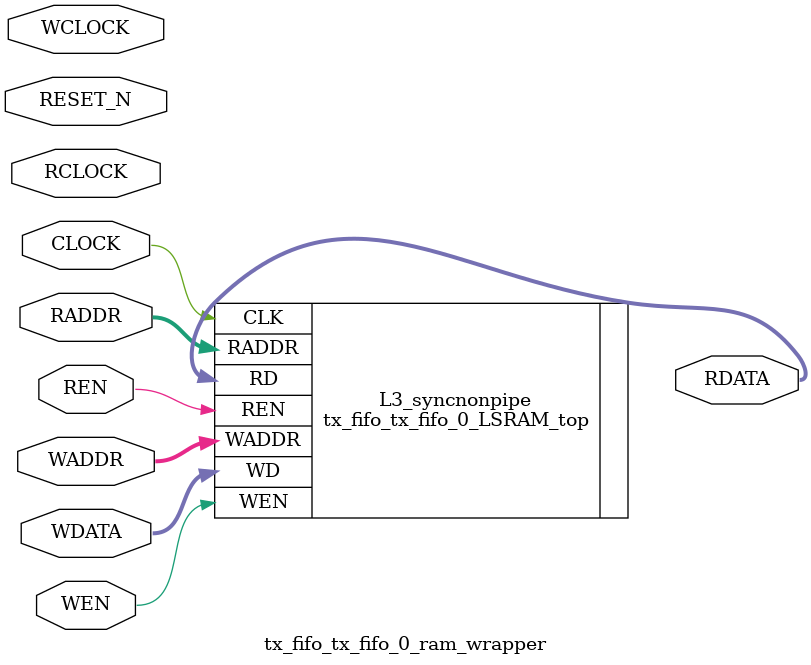
<source format=v>

`timescale 1 ns/100 ps
module tx_fifo_tx_fifo_0_ram_wrapper(
WDATA,  
WADDR,  
WEN,    
REN,    
RDATA,  
RADDR,  
RESET_N,
CLOCK,  
WCLOCK, 
RCLOCK  
);      
  

// --------------------------------------------------------------------------
// PARAMETER Declaration
// --------------------------------------------------------------------------
parameter                RWIDTH        = 32;  // Read  port Data Width
parameter                WWIDTH        = 32;  // Write port Data Width
parameter                RDEPTH        = 128; // Read  port Data Depth
parameter                WDEPTH        = 128; // Write port Data Depth
parameter                SYNC          = 0;   // Synchronous or Asynchronous operation | 1 - Single Clock, 0 - Dual clock
parameter                PIPE          = 1;   // Pipeline read data out
parameter                CTRL_TYPE     = 1;   // Controller only options | 1 - Controller Only, 2 - RAM1Kx18, 3 - RAM64x18
// --------------------------------------------------------------------------
// I/O Declaration
// --------------------------------------------------------------------------
input [WWIDTH - 1 : 0]   WDATA;  
input [(WDEPTH - 1) : 0] WADDR;  
input                    WEN;    
input                    REN;    
output [RWIDTH - 1 : 0]  RDATA;  
input [(RDEPTH - 1) : 0] RADDR;  
input                    RESET_N;
input                    WCLOCK; 
input                    RCLOCK; 
input                    CLOCK;  
  

tx_fifo_tx_fifo_0_LSRAM_top L3_syncnonpipe (
.WD    (WDATA   ),
.WADDR (WADDR   ),
.WEN   (WEN     ),
.RD    (RDATA   ),
.RADDR (RADDR   ),
.REN   (REN     ),
.CLK   (CLOCK   ) 
);


endmodule

</source>
